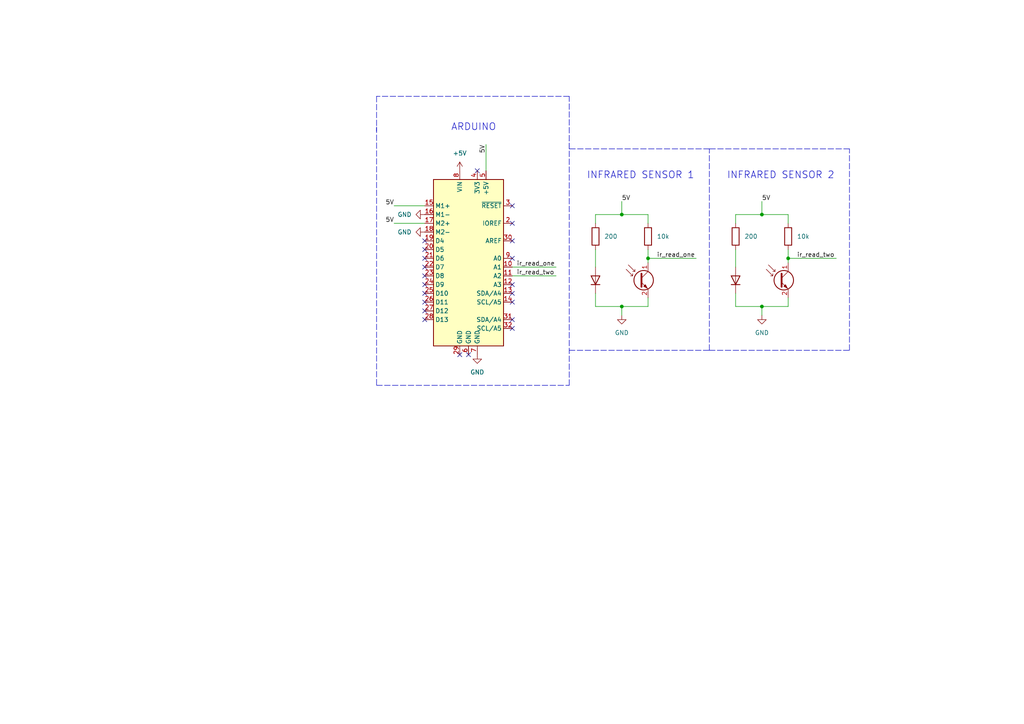
<source format=kicad_sch>
(kicad_sch (version 20211123) (generator eeschema)
  (paper "A4")
  (lib_symbols
    (symbol "Device:Q_Photo_NPN" (pin_names (offset 0) hide)
      (property "Reference" "Q" (at 5.08 1.27 0))
      (property "Value" "Q_Photo_NPN" (at 5.08 -1.27 0))
      (symbol "Q_Photo_NPN_0_1"
        (polyline (pts (xy -1.905 1.27) (xy -2.54 1.27)))
        (polyline (pts (xy -1.27 2.54) (xy -1.905 2.54)))
        (polyline (pts (xy 0.635 0.635) (xy 2.54 2.54)))
        (polyline (pts (xy -3.81 3.175) (xy -1.905 1.27) (xy -1.905 1.905)))
        (polyline (pts (xy -3.175 4.445) (xy -1.27 2.54) (xy -1.27 3.175)))
        (polyline (pts (xy 0.635 -0.635) (xy 2.54 -2.54) (xy 2.54 -2.54)))
        (polyline (pts (xy 0.635 1.905) (xy 0.635 -1.905) (xy 0.635 -1.905)) (stroke (width 0.508)))
        (polyline (pts (xy 1.27 -1.778) (xy 1.778 -1.27) (xy 2.286 -2.286) (xy 1.27 -1.778) (xy 1.27 -1.778)) (fill (type outline)))
        (circle (center 1.27 0) (radius 2.8194) (stroke (width 0.254)))
      )
      (symbol "Q_Photo_NPN_1_1"
        (pin passive line (at 2.54 5.08 270) (length 2.54) (name "C") (number "1"))
        (pin passive line (at 2.54 -5.08 90) (length 2.54) (name "E") (number "2"))
      )
    )
    (symbol "Device:R" (pin_numbers hide) (pin_names (offset 0))
      (property "Reference" "R" (at 2.032 0 90))
      (property "Value" "R" (at 0 0 90))
      (symbol "R_0_1"
        (rectangle (start -1.016 -2.54) (end 1.016 2.54) (stroke (width 0.254)))
      )
      (symbol "R_1_1"
        (pin passive line (at 0 3.81 270) (length 1.27) (name "~") (number "1"))
        (pin passive line (at 0 -3.81 90) (length 1.27) (name "~") (number "2"))
      )
    )
    (symbol "Simulation_SPICE:DIODE" (pin_numbers hide) (pin_names (offset 1.016) hide)
      (property "Reference" "D" (at 0 2.54 0))
      (property "Value" "DIODE" (at 0 -2.54 0))
      (symbol "DIODE_0_1"
        (polyline (pts (xy 1.27 0) (xy -1.27 0)))
        (polyline (pts (xy 1.27 1.27) (xy 1.27 -1.27)) (stroke (width 0.254)))
        (polyline (pts (xy -1.27 -1.27) (xy -1.27 1.27) (xy 1.27 0) (xy -1.27 -1.27)) (stroke (width 0.254)))
      )
      (symbol "DIODE_1_1"
        (pin passive line (at -3.81 0 0) (length 2.54) (name "A") (number "1"))
        (pin passive line (at 3.81 0 180) (length 2.54) (name "K") (number "2"))
      )
    )
    (symbol "arduino_with_motor_shield:Arduino_UNO_R3"
      (property "Reference" "A" (at -10.16 23.495 0))
      (property "Value" "Arduino_UNO_R3" (at 5.08 -26.67 0))
      (symbol "Arduino_UNO_R3_0_1"
        (rectangle (start -10.16 22.86) (end 10.16 -25.4) (stroke (width 0.254)) (fill (type background)))
      )
      (symbol "Arduino_UNO_R3_1_1"
        (pin no_connect line (at -10.16 -20.32 0) (length 2.54) hide (name "NC") (number "1"))
        (pin bidirectional line (at 12.7 -2.54 180) (length 2.54) (name "A1") (number "10"))
        (pin bidirectional line (at 12.7 -5.08 180) (length 2.54) (name "A2") (number "11"))
        (pin bidirectional line (at 12.7 -7.62 180) (length 2.54) (name "A3") (number "12"))
        (pin bidirectional line (at 12.7 -10.16 180) (length 2.54) (name "SDA/A4") (number "13"))
        (pin bidirectional line (at 12.7 -12.7 180) (length 2.54) (name "SCL/A5") (number "14"))
        (pin bidirectional line (at -12.7 15.24 0) (length 2.54) (name "M1+") (number "15"))
        (pin bidirectional line (at -12.7 12.7 0) (length 2.54) (name "M1-") (number "16"))
        (pin bidirectional line (at -12.7 10.16 0) (length 2.54) (name "M2+") (number "17"))
        (pin bidirectional line (at -12.7 7.62 0) (length 2.54) (name "M2-") (number "18"))
        (pin bidirectional line (at -12.7 5.08 0) (length 2.54) (name "D4") (number "19"))
        (pin output line (at 12.7 10.16 180) (length 2.54) (name "IOREF") (number "2"))
        (pin bidirectional line (at -12.7 2.54 0) (length 2.54) (name "D5") (number "20"))
        (pin bidirectional line (at -12.7 0 0) (length 2.54) (name "D6") (number "21"))
        (pin bidirectional line (at -12.7 -2.54 0) (length 2.54) (name "D7") (number "22"))
        (pin bidirectional line (at -12.7 -5.08 0) (length 2.54) (name "D8") (number "23"))
        (pin bidirectional line (at -12.7 -7.62 0) (length 2.54) (name "D9") (number "24"))
        (pin bidirectional line (at -12.7 -10.16 0) (length 2.54) (name "D10") (number "25"))
        (pin bidirectional line (at -12.7 -12.7 0) (length 2.54) (name "D11") (number "26"))
        (pin bidirectional line (at -12.7 -15.24 0) (length 2.54) (name "D12") (number "27"))
        (pin bidirectional line (at -12.7 -17.78 0) (length 2.54) (name "D13") (number "28"))
        (pin power_in line (at -2.54 -27.94 90) (length 2.54) (name "GND") (number "29"))
        (pin input line (at 12.7 15.24 180) (length 2.54) (name "~{RESET}") (number "3"))
        (pin input line (at 12.7 5.08 180) (length 2.54) (name "AREF") (number "30"))
        (pin bidirectional line (at 12.7 -17.78 180) (length 2.54) (name "SDA/A4") (number "31"))
        (pin bidirectional line (at 12.7 -20.32 180) (length 2.54) (name "SCL/A5") (number "32"))
        (pin power_out line (at 2.54 25.4 270) (length 2.54) (name "3V3") (number "4"))
        (pin power_out line (at 5.08 25.4 270) (length 2.54) (name "+5V") (number "5"))
        (pin power_in line (at 0 -27.94 90) (length 2.54) (name "GND") (number "6"))
        (pin power_in line (at 2.54 -27.94 90) (length 2.54) (name "GND") (number "7"))
        (pin power_in line (at -2.54 25.4 270) (length 2.54) (name "VIN") (number "8"))
        (pin bidirectional line (at 12.7 0 180) (length 2.54) (name "A0") (number "9"))
      )
    )
    (symbol "power:+5V" (power) (pin_names (offset 0))
      (property "Value" "+5V" (at 0 3.556 0))
      (symbol "+5V_0_1"
        (polyline (pts (xy -0.762 1.27) (xy 0 2.54)))
        (polyline (pts (xy 0 0) (xy 0 2.54)))
        (polyline (pts (xy 0 2.54) (xy 0.762 1.27)))
      )
      (symbol "+5V_1_1"
        (pin power_in line (at 0 0 90) (length 0) hide (name "+5V") (number "1"))
      )
    )
    (symbol "power:GND" (power) (pin_names (offset 0))
      (property "Value" "GND" (at 0 -3.81 0))
      (symbol "GND_0_1"
        (polyline (pts (xy 0 0) (xy 0 -1.27) (xy 1.27 -1.27) (xy 0 -2.54) (xy -1.27 -1.27) (xy 0 -1.27)))
      )
      (symbol "GND_1_1"
        (pin power_in line (at 0 0 270) (length 0) hide (name "GND") (number "1"))
      )
    )
  )
  (junction (at 180.34 62.23))
  (junction (at 220.98 88.9))
  (junction (at 187.96 74.93))
  (junction (at 228.6 74.93))
  (junction (at 220.98 62.23))
  (junction (at 180.34 88.9))
  (no_connect (at 148.59 85.09))
  (no_connect (at 148.59 82.55))
  (no_connect (at 148.59 64.77))
  (no_connect (at 148.59 92.71))
  (no_connect (at 148.59 59.69))
  (no_connect (at 135.89 102.87))
  (no_connect (at 133.35 102.87))
  (no_connect (at 123.19 92.71))
  (no_connect (at 123.19 90.17))
  (no_connect (at 138.43 49.53))
  (no_connect (at 148.59 74.93))
  (no_connect (at 148.59 87.63))
  (no_connect (at 148.59 95.25))
  (no_connect (at 148.59 69.85))
  (no_connect (at 123.19 69.85))
  (no_connect (at 123.19 72.39))
  (no_connect (at 123.19 74.93))
  (no_connect (at 123.19 77.47))
  (no_connect (at 123.19 80.01))
  (no_connect (at 123.19 82.55))
  (no_connect (at 123.19 85.09))
  (no_connect (at 123.19 87.63))
  (wire (pts (xy 180.34 88.9) (xy 172.72 88.9)))
  (wire (pts (xy 228.6 74.93) (xy 242.57 74.93)))
  (wire (pts (xy 228.6 86.36) (xy 228.6 88.9)))
  (wire (pts (xy 172.72 72.39) (xy 172.72 77.47)))
  (wire (pts (xy 180.34 88.9) (xy 180.34 91.44)))
  (wire (pts (xy 140.97 41.91) (xy 140.97 49.53)))
  (wire (pts (xy 213.36 72.39) (xy 213.36 77.47)))
  (polyline (pts (xy 165.1 111.76) (xy 165.1 27.94)))
  (polyline (pts (xy 205.74 101.6) (xy 205.74 43.18)))
  (polyline (pts (xy 246.38 43.18) (xy 205.74 43.18)))
  (wire (pts (xy 228.6 74.93) (xy 228.6 76.2)))
  (wire (pts (xy 213.36 64.77) (xy 213.36 62.23)))
  (polyline (pts (xy 109.22 27.94) (xy 109.22 38.1)))
  (polyline (pts (xy 165.1 43.18) (xy 165.1 40.64)))
  (polyline (pts (xy 109.22 111.76) (xy 165.1 111.76)))
  (wire (pts (xy 213.36 88.9) (xy 213.36 85.09)))
  (wire (pts (xy 187.96 88.9) (xy 180.34 88.9)))
  (wire (pts (xy 187.96 72.39) (xy 187.96 74.93)))
  (wire (pts (xy 180.34 62.23) (xy 187.96 62.23)))
  (wire (pts (xy 148.59 77.47) (xy 161.29 77.47)))
  (wire (pts (xy 180.34 58.42) (xy 180.34 62.23)))
  (polyline (pts (xy 109.22 36.83) (xy 109.22 111.76)))
  (polyline (pts (xy 246.38 101.6) (xy 246.38 43.18)))
  (polyline (pts (xy 205.74 43.18) (xy 165.1 43.18)))
  (wire (pts (xy 187.96 74.93) (xy 201.93 74.93)))
  (wire (pts (xy 187.96 74.93) (xy 187.96 76.2)))
  (wire (pts (xy 114.3 59.69) (xy 123.19 59.69)))
  (polyline (pts (xy 165.1 27.94) (xy 109.22 27.94)))
  (wire (pts (xy 228.6 72.39) (xy 228.6 74.93)))
  (wire (pts (xy 220.98 62.23) (xy 228.6 62.23)))
  (wire (pts (xy 220.98 88.9) (xy 213.36 88.9)))
  (wire (pts (xy 220.98 58.42) (xy 220.98 62.23)))
  (polyline (pts (xy 165.1 101.6) (xy 205.74 101.6)))
  (wire (pts (xy 187.96 86.36) (xy 187.96 88.9)))
  (wire (pts (xy 220.98 88.9) (xy 220.98 91.44)))
  (wire (pts (xy 172.72 88.9) (xy 172.72 85.09)))
  (wire (pts (xy 213.36 62.23) (xy 220.98 62.23)))
  (wire (pts (xy 172.72 62.23) (xy 180.34 62.23)))
  (wire (pts (xy 228.6 88.9) (xy 220.98 88.9)))
  (wire (pts (xy 114.3 64.77) (xy 123.19 64.77)))
  (wire (pts (xy 172.72 64.77) (xy 172.72 62.23)))
  (wire (pts (xy 228.6 62.23) (xy 228.6 64.77)))
  (polyline (pts (xy 205.74 101.6) (xy 246.38 101.6)))
  (wire (pts (xy 148.59 80.01) (xy 161.29 80.01)))
  (wire (pts (xy 187.96 62.23) (xy 187.96 64.77)))
  (text "INFRARED SENSOR 1" (at 170.18 52.07 0) (effects (font (size 2 2)) (justify left bottom)))
  (text "INFRARED SENSOR 2" (at 210.82 52.07 0) (effects (font (size 2 2)) (justify left bottom)))
  (text "ARDUINO" (at 130.81 38.1 0) (effects (font (size 2 2)) (justify left bottom)))
  (label "5V" (at 114.3 64.77 180))
  (label "ir_read_one" (at 149.86 77.47 0))
  (label "ir_read_two" (at 231.14 74.93 0))
  (label "5V" (at 180.34 58.42 0))
  (label "ir_read_one" (at 190.5 74.93 0))
  (label "5V" (at 140.97 44.45 90))
  (label "5V" (at 114.3 59.69 180))
  (label "5V" (at 220.98 58.42 0))
  (label "ir_read_two" (at 149.86 80.01 0))
  (symbol (lib_id "power:GND") (at 180.34 91.44 0) (unit 1)
    (property "Reference" "#PWR?" (effects hide))
    (property "Value" "GND" (at 180.34 96.52 0))
  )
  (symbol (lib_id "power:GND") (at 138.43 102.87 0) (unit 1)
    (property "Reference" "#PWR?" (effects hide))
    (property "Value" "GND" (at 138.43 107.95 0))
  )
  (symbol (lib_id "Device:Q_Photo_NPN") (at 185.42 81.28 0) (unit 1)
    (property "Reference" "Q?" (effects hide))
    (property "Value" "Q_Photo_NPN" (effects hide))
  )
  (symbol (lib_id "power:GND") (at 123.19 62.23 270) (unit 1)
    (property "Reference" "#PWR?" (effects hide))
    (property "Value" "GND" (at 119.38 62.2299 90) (effects (justify right)))
  )
  (symbol (lib_id "Device:Q_Photo_NPN") (at 226.06 81.28 0) (unit 1)
    (property "Reference" "Q?" (effects hide))
    (property "Value" "Q_Photo_NPN" (effects hide))
  )
  (symbol (lib_id "Device:R") (at 228.6 68.58 0) (unit 1)
    (property "Reference" "R?" (effects hide))
    (property "Value" "10k" (at 231.14 68.5799 0) (effects (justify left)))
  )
  (symbol (lib_id "Simulation_SPICE:DIODE") (at 213.36 81.28 270) (unit 1)
    (property "Reference" "D?" (effects hide))
    (property "Value" "DIODE" (effects hide))
    (property "Spice_Netlist_Enabled" "Y" (effects hide))
    (property "Spice_Primitive" "D" (effects hide))
  )
  (symbol (lib_id "Device:R") (at 187.96 68.58 0) (unit 1)
    (property "Reference" "R?" (effects hide))
    (property "Value" "10k" (at 190.5 68.5799 0) (effects (justify left)))
  )
  (symbol (lib_id "Simulation_SPICE:DIODE") (at 172.72 81.28 270) (unit 1)
    (property "Reference" "D?" (effects hide))
    (property "Value" "DIODE" (effects hide))
    (property "Spice_Netlist_Enabled" "Y" (effects hide))
    (property "Spice_Primitive" "D" (effects hide))
  )
  (symbol (lib_id "power:+5V") (at 133.35 49.53 0) (unit 1)
    (property "Reference" "#PWR?" (effects hide))
    (property "Value" "+5V" (at 133.35 44.45 0))
  )
  (symbol (lib_id "Device:R") (at 172.72 68.58 180) (unit 1)
    (property "Reference" "R?" (effects hide))
    (property "Value" "200" (at 175.26 68.58 0) (effects (justify right)))
  )
  (symbol (lib_id "power:GND") (at 123.19 67.31 270) (unit 1)
    (property "Reference" "#PWR?" (effects hide))
    (property "Value" "GND" (at 119.38 67.3099 90) (effects (justify right)))
  )
  (symbol (lib_id "Device:R") (at 213.36 68.58 180) (unit 1)
    (property "Reference" "R?" (effects hide))
    (property "Value" "200" (at 215.9 68.58 0) (effects (justify right)))
  )
  (symbol (lib_id "power:GND") (at 220.98 91.44 0) (unit 1)
    (property "Reference" "#PWR?" (effects hide))
    (property "Value" "GND" (at 220.98 96.52 0))
  )
  (symbol (lib_id "arduino_with_motor_shield:Arduino_UNO_R3") (at 135.89 74.93 0) (unit 1)
    (property "Reference" "A1" (effects hide))
    (property "Value" "Arduino_UNO_R3" (effects hide))
    (property "Footprint" "Module:Arduino_UNO_R3" (effects hide))
    (property "Datasheet" "https://www.arduino.cc/en/Main/arduinoBoardUno" (effects hide))
  )
)
</source>
